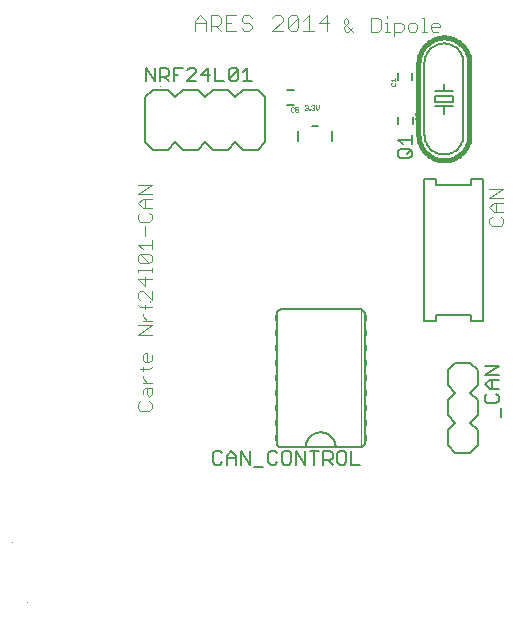
<source format=gto>
G75*
G70*
%OFA0B0*%
%FSLAX24Y24*%
%IPPOS*%
%LPD*%
%AMOC8*
5,1,8,0,0,1.08239X$1,22.5*
%
%ADD10C,0.0000*%
%ADD11C,0.0040*%
%ADD12C,0.0060*%
%ADD13C,0.0010*%
%ADD14C,0.0160*%
%ADD15C,0.0050*%
%ADD16C,0.0020*%
%ADD17R,0.0050X0.0200*%
%ADD18C,0.0080*%
D10*
X000789Y000548D02*
X000789Y000548D01*
X000789Y000548D01*
X000789Y000548D01*
X000789Y000548D01*
X000789Y000548D01*
X000789Y000548D01*
X000789Y000548D01*
X000789Y000548D01*
X000789Y000548D01*
X000789Y000548D01*
X000789Y000548D01*
X000789Y000548D01*
X000789Y000548D01*
X000789Y000548D01*
X000789Y000548D01*
X000789Y000548D01*
X000789Y000548D01*
X000789Y000548D01*
X000789Y000549D02*
X000789Y000549D01*
X000789Y000549D01*
X000789Y000549D01*
X000789Y000549D01*
X000789Y000549D01*
X000789Y000549D01*
X000789Y000549D01*
X000789Y000549D01*
X000789Y000549D01*
X000789Y000549D01*
X000789Y000549D01*
X000789Y000549D01*
X000789Y000549D01*
X000789Y000549D01*
X000789Y000549D01*
X000789Y000549D01*
X000789Y000549D01*
X000789Y000549D01*
X000789Y000549D01*
X000789Y000549D01*
X000789Y000550D01*
X000789Y000550D01*
X000789Y000550D01*
X000789Y000550D01*
X000789Y000550D01*
X000789Y000550D01*
X000789Y000550D01*
X000789Y000550D01*
X000789Y000550D01*
X000789Y000550D01*
X000789Y000550D01*
X000789Y000550D01*
X000789Y000550D01*
X000789Y000550D01*
X000789Y000550D01*
X000789Y000550D01*
X000789Y000550D01*
X000789Y000550D01*
X000789Y000550D01*
X000789Y000550D01*
X000789Y000550D01*
X000789Y000550D01*
X000789Y000550D01*
X000789Y000550D01*
X000789Y000550D01*
X000789Y000550D01*
X000789Y000550D01*
X000789Y000550D01*
X000789Y000551D01*
X000789Y000551D01*
X000789Y000551D01*
X000789Y000551D01*
X000789Y000550D02*
X000789Y000550D01*
X000789Y000549D01*
X000789Y000549D01*
X000789Y000550D01*
X000300Y002553D02*
X000300Y002553D01*
X000300Y002553D01*
X000300Y002553D01*
X000300Y002553D01*
X000300Y002553D01*
X000300Y002553D01*
X000300Y002553D01*
X000300Y002553D01*
X000300Y002553D01*
X000300Y002553D01*
X000300Y002554D01*
X000300Y002554D01*
X000300Y002554D01*
X000300Y002554D01*
X000300Y002554D01*
X000300Y002554D01*
X000300Y002554D01*
X000300Y002554D01*
X000300Y002554D01*
X000300Y002554D01*
X000300Y002554D01*
X000300Y002554D01*
X000300Y002554D01*
X000300Y002554D01*
X000300Y002554D01*
X000300Y002554D01*
X000300Y002554D01*
X000300Y002554D01*
X000300Y002554D01*
X000300Y002554D01*
X000300Y002554D01*
X000300Y002554D01*
X000300Y002555D01*
X000300Y002555D01*
X000300Y002555D01*
X000300Y002555D01*
X000300Y002555D01*
X000300Y002555D01*
X000300Y002555D01*
X000300Y002555D01*
X000300Y002555D01*
X000300Y002555D01*
X000300Y002555D01*
X000300Y002555D01*
X000300Y002555D01*
X000300Y002555D01*
X000300Y002555D01*
X000300Y002555D01*
X000300Y002555D01*
X000300Y002555D01*
X000300Y002555D01*
X000300Y002555D01*
X000300Y002555D01*
X000300Y002555D01*
X000300Y002555D01*
X000300Y002556D01*
X000300Y002556D01*
X000300Y002556D01*
X000300Y002556D01*
X000300Y002556D01*
X000300Y002556D01*
X000300Y002556D01*
X000300Y002555D01*
X000300Y002555D01*
X000300Y002555D01*
X000300Y002555D01*
X000300Y002555D01*
X000300Y002555D01*
X000300Y002555D01*
X000300Y002555D01*
X000300Y002554D01*
X000300Y002555D02*
X000300Y002555D01*
X000300Y002556D02*
X000300Y002556D01*
X000300Y002555D01*
X004881Y010574D02*
X004881Y010574D01*
X004881Y010574D01*
X004881Y010574D01*
X004881Y010574D01*
X004881Y010574D01*
X004881Y010574D01*
X004881Y010574D01*
X004881Y010574D01*
X004881Y010574D01*
X004881Y010574D01*
X004881Y010574D01*
X004881Y010574D01*
X004881Y010574D01*
X004881Y010574D01*
X004881Y010575D01*
X004881Y010575D01*
X004881Y010575D01*
X004881Y010575D01*
X004881Y010575D01*
X004881Y010575D01*
X004881Y010575D01*
X004881Y010575D01*
X004881Y010575D01*
X004881Y010575D01*
X004881Y010575D01*
X004881Y010575D01*
X004881Y010575D01*
X004881Y010575D01*
X004881Y010575D01*
X004881Y010575D01*
X004881Y010575D01*
X004881Y010575D01*
X004881Y010575D01*
X004881Y010576D01*
X004881Y010576D01*
X004881Y010576D01*
X004881Y010576D01*
X004881Y010576D01*
X004881Y010576D01*
X004881Y010576D01*
X004881Y010576D01*
X004881Y010576D01*
X004881Y010576D01*
X004881Y010576D01*
X004881Y010576D01*
X004881Y010576D01*
X004881Y010576D01*
X004881Y010576D01*
X004881Y010576D01*
X004881Y010576D01*
X004881Y010576D01*
X004881Y010576D01*
X004881Y010576D01*
X004881Y010576D01*
X004881Y010576D01*
X004881Y010576D01*
X004881Y010576D01*
X004881Y010576D01*
X004881Y010576D01*
X004881Y010576D01*
X004881Y010576D01*
X004881Y010576D01*
X004881Y010576D01*
X004881Y010576D01*
X004881Y010577D01*
X004881Y010577D01*
X004881Y010577D01*
X004881Y010577D01*
X004881Y010577D01*
X004881Y010576D01*
X004881Y010575D01*
X004881Y010574D01*
X004881Y010575D02*
X004881Y010576D01*
X004881Y010576D01*
X005237Y017748D02*
X005237Y017748D01*
X005237Y017748D01*
X005237Y017748D01*
X005237Y017748D01*
X005237Y017748D01*
X005237Y017748D01*
X005237Y017748D01*
X005237Y017748D01*
X005237Y017748D01*
X005237Y017748D01*
X005237Y017749D01*
X005237Y017749D01*
X005237Y017749D01*
X005237Y017749D01*
X005237Y017749D01*
X005237Y017749D01*
X005237Y017749D01*
X005237Y017749D01*
X005237Y017749D01*
X005237Y017749D01*
X005237Y017749D01*
X005237Y017749D01*
X005237Y017749D01*
X005237Y017749D01*
X005237Y017749D01*
X005237Y017749D01*
X005237Y017750D01*
X005237Y017750D01*
X005237Y017750D01*
X005237Y017750D01*
X005237Y017750D01*
X005237Y017750D01*
X005237Y017750D01*
X005237Y017750D01*
X005237Y017750D01*
X005237Y017750D01*
X005237Y017750D01*
X005237Y017750D01*
X005237Y017750D01*
X005237Y017750D01*
X005237Y017750D01*
X005237Y017750D01*
X005237Y017750D01*
X005237Y017750D01*
X005237Y017750D01*
X005237Y017750D01*
X005237Y017750D01*
X005237Y017750D01*
X005237Y017750D01*
X005237Y017750D01*
X005237Y017750D01*
X005237Y017750D01*
X005237Y017750D01*
X005237Y017750D01*
X005237Y017751D01*
X005237Y017751D01*
X005237Y017751D01*
X005237Y017751D01*
X005237Y017751D01*
X005237Y017751D01*
X005237Y017751D01*
X005237Y017751D01*
X005237Y017751D01*
X005237Y017751D01*
X005237Y017750D01*
X005237Y017750D01*
X005237Y017750D01*
X005237Y017750D01*
X005237Y017749D01*
X005237Y017749D01*
X005237Y017749D01*
X005237Y017750D02*
X005237Y017751D01*
X005237Y017751D01*
X005237Y017751D01*
D11*
X006394Y019589D02*
X006394Y019936D01*
X006567Y020110D01*
X006741Y019936D01*
X006741Y019589D01*
X006909Y019589D02*
X006909Y020110D01*
X007169Y020110D01*
X007256Y020023D01*
X007256Y019850D01*
X007169Y019763D01*
X006909Y019763D01*
X007083Y019763D02*
X007256Y019589D01*
X007425Y019589D02*
X007772Y019589D01*
X007941Y019676D02*
X008027Y019589D01*
X008201Y019589D01*
X008287Y019676D01*
X008287Y019763D01*
X008201Y019850D01*
X008027Y019850D01*
X007941Y019936D01*
X007941Y020023D01*
X008027Y020110D01*
X008201Y020110D01*
X008287Y020023D01*
X007772Y020110D02*
X007425Y020110D01*
X007425Y019589D01*
X007425Y019850D02*
X007598Y019850D01*
X006741Y019850D02*
X006394Y019850D01*
X008972Y020023D02*
X009059Y020110D01*
X009232Y020110D01*
X009319Y020023D01*
X009319Y019936D01*
X008972Y019589D01*
X009319Y019589D01*
X009487Y019676D02*
X009834Y020023D01*
X009834Y019676D01*
X009748Y019589D01*
X009574Y019589D01*
X009487Y019676D01*
X009487Y020023D01*
X009574Y020110D01*
X009748Y020110D01*
X009834Y020023D01*
X010003Y019936D02*
X010177Y020110D01*
X010177Y019589D01*
X010350Y019589D02*
X010003Y019589D01*
X010519Y019850D02*
X010866Y019850D01*
X010779Y020110D02*
X010779Y019589D01*
X010519Y019850D02*
X010779Y020110D01*
X011346Y019951D02*
X011346Y019874D01*
X011653Y019567D01*
X011653Y019720D02*
X011499Y019567D01*
X011423Y019567D01*
X011346Y019644D01*
X011346Y019720D01*
X011499Y019874D01*
X011499Y019951D01*
X011423Y020027D01*
X011346Y019951D01*
X012267Y020027D02*
X012267Y019567D01*
X012497Y019567D01*
X012574Y019644D01*
X012574Y019951D01*
X012497Y020027D01*
X012267Y020027D01*
X012727Y019874D02*
X012804Y019874D01*
X012804Y019567D01*
X012880Y019567D02*
X012727Y019567D01*
X013034Y019567D02*
X013264Y019567D01*
X013341Y019644D01*
X013341Y019797D01*
X013264Y019874D01*
X013034Y019874D01*
X013034Y019413D01*
X013494Y019644D02*
X013571Y019567D01*
X013724Y019567D01*
X013801Y019644D01*
X013801Y019797D01*
X013724Y019874D01*
X013571Y019874D01*
X013494Y019797D01*
X013494Y019644D01*
X013955Y019567D02*
X014108Y019567D01*
X014031Y019567D02*
X014031Y020027D01*
X013955Y020027D01*
X014262Y019797D02*
X014338Y019874D01*
X014492Y019874D01*
X014569Y019797D01*
X014569Y019720D01*
X014262Y019720D01*
X014262Y019644D02*
X014262Y019797D01*
X014262Y019644D02*
X014338Y019567D01*
X014492Y019567D01*
X012804Y020027D02*
X012804Y020104D01*
X016200Y014327D02*
X016661Y014327D01*
X016200Y014020D01*
X016661Y014020D01*
X016661Y013866D02*
X016354Y013866D01*
X016200Y013713D01*
X016354Y013560D01*
X016661Y013560D01*
X016584Y013406D02*
X016661Y013329D01*
X016661Y013176D01*
X016584Y013099D01*
X016277Y013099D01*
X016200Y013176D01*
X016200Y013329D01*
X016277Y013406D01*
X016430Y013560D02*
X016430Y013866D01*
X004950Y013999D02*
X004643Y013999D01*
X004490Y013846D01*
X004643Y013692D01*
X004950Y013692D01*
X004873Y013539D02*
X004950Y013462D01*
X004950Y013309D01*
X004873Y013232D01*
X004566Y013232D01*
X004490Y013309D01*
X004490Y013462D01*
X004566Y013539D01*
X004720Y013692D02*
X004720Y013999D01*
X004950Y014153D02*
X004490Y014153D01*
X004950Y014460D01*
X004490Y014460D01*
X004720Y013078D02*
X004720Y012772D01*
X004950Y012618D02*
X004950Y012311D01*
X004950Y012465D02*
X004490Y012465D01*
X004643Y012311D01*
X004566Y012158D02*
X004873Y011851D01*
X004950Y011927D01*
X004950Y012081D01*
X004873Y012158D01*
X004566Y012158D01*
X004490Y012081D01*
X004490Y011927D01*
X004566Y011851D01*
X004873Y011851D01*
X004950Y011697D02*
X004950Y011544D01*
X004950Y011621D02*
X004490Y011621D01*
X004490Y011544D01*
X004490Y011314D02*
X004720Y011083D01*
X004720Y011390D01*
X004950Y011314D02*
X004490Y011314D01*
X004566Y010930D02*
X004490Y010853D01*
X004490Y010700D01*
X004566Y010623D01*
X004490Y010470D02*
X004566Y010393D01*
X004950Y010393D01*
X004950Y010623D02*
X004643Y010930D01*
X004566Y010930D01*
X004950Y010930D02*
X004950Y010623D01*
X004720Y010470D02*
X004720Y010316D01*
X004643Y010163D02*
X004643Y010086D01*
X004797Y009932D01*
X004950Y009932D02*
X004643Y009932D01*
X004490Y009779D02*
X004950Y009779D01*
X004490Y009472D01*
X004950Y009472D01*
X004797Y008858D02*
X004797Y008551D01*
X004873Y008551D02*
X004720Y008551D01*
X004643Y008628D01*
X004643Y008781D01*
X004720Y008858D01*
X004797Y008858D01*
X004950Y008781D02*
X004950Y008628D01*
X004873Y008551D01*
X004950Y008398D02*
X004873Y008321D01*
X004566Y008321D01*
X004643Y008244D02*
X004643Y008398D01*
X004643Y008091D02*
X004643Y008014D01*
X004797Y007861D01*
X004950Y007861D02*
X004643Y007861D01*
X004720Y007707D02*
X004643Y007630D01*
X004643Y007477D01*
X004797Y007477D02*
X004797Y007707D01*
X004720Y007707D02*
X004950Y007707D01*
X004950Y007477D01*
X004873Y007400D01*
X004797Y007477D01*
X004873Y007247D02*
X004950Y007170D01*
X004950Y007017D01*
X004873Y006940D01*
X004566Y006940D01*
X004490Y007017D01*
X004490Y007170D01*
X004566Y007247D01*
D12*
X009110Y005865D02*
X009110Y010165D01*
X009112Y010188D01*
X009117Y010211D01*
X009126Y010233D01*
X009139Y010253D01*
X009154Y010271D01*
X009172Y010286D01*
X009192Y010299D01*
X009214Y010308D01*
X009237Y010313D01*
X009260Y010315D01*
X011900Y010315D01*
X011923Y010313D01*
X011946Y010308D01*
X011968Y010299D01*
X011988Y010286D01*
X012006Y010271D01*
X012021Y010253D01*
X012034Y010233D01*
X012043Y010211D01*
X012048Y010188D01*
X012050Y010165D01*
X012050Y005865D01*
X012048Y005842D01*
X012043Y005819D01*
X012034Y005797D01*
X012021Y005777D01*
X012006Y005759D01*
X011988Y005744D01*
X011968Y005731D01*
X011946Y005722D01*
X011923Y005717D01*
X011900Y005715D01*
X009260Y005715D01*
X009237Y005717D01*
X009214Y005722D01*
X009192Y005731D01*
X009172Y005744D01*
X009154Y005759D01*
X009139Y005777D01*
X009126Y005797D01*
X009117Y005819D01*
X009112Y005842D01*
X009110Y005865D01*
X010080Y005715D02*
X010082Y005759D01*
X010088Y005802D01*
X010097Y005844D01*
X010110Y005886D01*
X010127Y005926D01*
X010147Y005965D01*
X010170Y006002D01*
X010197Y006036D01*
X010226Y006069D01*
X010259Y006098D01*
X010293Y006125D01*
X010330Y006148D01*
X010369Y006168D01*
X010409Y006185D01*
X010451Y006198D01*
X010493Y006207D01*
X010536Y006213D01*
X010580Y006215D01*
X010624Y006213D01*
X010667Y006207D01*
X010709Y006198D01*
X010751Y006185D01*
X010791Y006168D01*
X010830Y006148D01*
X010867Y006125D01*
X010901Y006098D01*
X010934Y006069D01*
X010963Y006036D01*
X010990Y006002D01*
X011013Y005965D01*
X011033Y005926D01*
X011050Y005886D01*
X011063Y005844D01*
X011072Y005802D01*
X011078Y005759D01*
X011080Y005715D01*
X008480Y015635D02*
X007980Y015635D01*
X007730Y015885D01*
X007480Y015635D01*
X006980Y015635D01*
X006730Y015885D01*
X006480Y015635D01*
X005980Y015635D01*
X005730Y015885D01*
X005480Y015635D01*
X004980Y015635D01*
X004730Y015885D01*
X004730Y017385D01*
X004980Y017635D01*
X005480Y017635D01*
X005730Y017385D01*
X005980Y017635D01*
X006480Y017635D01*
X006730Y017385D01*
X006980Y017635D01*
X007480Y017635D01*
X007730Y017385D01*
X007980Y017635D01*
X008480Y017635D01*
X008730Y017385D01*
X008730Y015885D01*
X008480Y015635D01*
X009461Y017139D02*
X009698Y017139D01*
X009698Y017611D02*
X009461Y017611D01*
X013163Y017947D02*
X013163Y018183D01*
X013636Y018183D02*
X013636Y017947D01*
X014040Y018525D02*
X014040Y016125D01*
X013646Y016497D02*
X013646Y016733D01*
X013173Y016733D02*
X013173Y016497D01*
X014390Y017075D02*
X014690Y017075D01*
X014690Y016825D01*
X014690Y017075D02*
X014990Y017075D01*
X014990Y017225D02*
X014390Y017225D01*
X014390Y017425D01*
X014990Y017425D01*
X014990Y017225D01*
X014990Y017575D02*
X014690Y017575D01*
X014690Y017825D01*
X014690Y017575D02*
X014390Y017575D01*
X014040Y018525D02*
X014042Y018575D01*
X014048Y018624D01*
X014057Y018673D01*
X014070Y018721D01*
X014087Y018768D01*
X014107Y018813D01*
X014131Y018857D01*
X014158Y018899D01*
X014189Y018939D01*
X014222Y018976D01*
X014258Y019010D01*
X014296Y019042D01*
X014337Y019071D01*
X014379Y019096D01*
X014424Y019118D01*
X014470Y019137D01*
X014518Y019152D01*
X014566Y019163D01*
X014615Y019171D01*
X014665Y019175D01*
X014715Y019175D01*
X014765Y019171D01*
X014814Y019163D01*
X014862Y019152D01*
X014910Y019137D01*
X014956Y019118D01*
X015001Y019096D01*
X015043Y019071D01*
X015084Y019042D01*
X015122Y019010D01*
X015158Y018976D01*
X015191Y018939D01*
X015222Y018899D01*
X015249Y018857D01*
X015273Y018813D01*
X015293Y018768D01*
X015310Y018721D01*
X015323Y018673D01*
X015332Y018624D01*
X015338Y018575D01*
X015340Y018525D01*
X015340Y016125D01*
X015338Y016075D01*
X015332Y016026D01*
X015323Y015977D01*
X015310Y015929D01*
X015293Y015882D01*
X015273Y015837D01*
X015249Y015793D01*
X015222Y015751D01*
X015191Y015711D01*
X015158Y015674D01*
X015122Y015640D01*
X015084Y015608D01*
X015043Y015579D01*
X015001Y015554D01*
X014956Y015532D01*
X014910Y015513D01*
X014862Y015498D01*
X014814Y015487D01*
X014765Y015479D01*
X014715Y015475D01*
X014665Y015475D01*
X014615Y015479D01*
X014566Y015487D01*
X014518Y015498D01*
X014470Y015513D01*
X014424Y015532D01*
X014379Y015554D01*
X014337Y015579D01*
X014296Y015608D01*
X014258Y015640D01*
X014222Y015674D01*
X014189Y015711D01*
X014158Y015751D01*
X014131Y015793D01*
X014107Y015837D01*
X014087Y015882D01*
X014070Y015929D01*
X014057Y015977D01*
X014048Y016026D01*
X014042Y016075D01*
X014040Y016125D01*
D13*
X013864Y016625D02*
X013890Y016650D01*
X013890Y016700D01*
X013864Y016725D01*
X013890Y016773D02*
X013789Y016873D01*
X013764Y016873D01*
X013739Y016848D01*
X013739Y016798D01*
X013764Y016773D01*
X013764Y016725D02*
X013739Y016700D01*
X013739Y016650D01*
X013764Y016625D01*
X013864Y016625D01*
X013890Y016773D02*
X013890Y016873D01*
X013044Y017770D02*
X013070Y017795D01*
X013070Y017845D01*
X013044Y017870D01*
X013070Y017917D02*
X013070Y018017D01*
X013070Y017967D02*
X012919Y017967D01*
X012969Y017917D01*
X012944Y017870D02*
X012919Y017845D01*
X012919Y017795D01*
X012944Y017770D01*
X013044Y017770D01*
X010513Y017110D02*
X010513Y017010D01*
X010463Y016960D01*
X010413Y017010D01*
X010413Y017110D01*
X010366Y017085D02*
X010366Y017060D01*
X010341Y017035D01*
X010366Y017010D01*
X010366Y016985D01*
X010341Y016960D01*
X010291Y016960D01*
X010265Y016985D01*
X010217Y016985D02*
X010217Y016960D01*
X010192Y016960D01*
X010192Y016985D01*
X010217Y016985D01*
X010145Y016985D02*
X010120Y016960D01*
X010070Y016960D01*
X010045Y016985D01*
X010095Y017035D02*
X010120Y017035D01*
X010145Y017010D01*
X010145Y016985D01*
X010120Y017035D02*
X010145Y017060D01*
X010145Y017085D01*
X010120Y017110D01*
X010070Y017110D01*
X010045Y017085D01*
X009837Y017045D02*
X009737Y017045D01*
X009737Y016970D01*
X009787Y016995D01*
X009812Y016995D01*
X009837Y016970D01*
X009837Y016920D01*
X009812Y016895D01*
X009762Y016895D01*
X009737Y016920D01*
X009690Y016920D02*
X009665Y016895D01*
X009615Y016895D01*
X009590Y016920D01*
X009590Y017020D01*
X009615Y017045D01*
X009665Y017045D01*
X009690Y017020D01*
X010265Y017085D02*
X010291Y017110D01*
X010341Y017110D01*
X010366Y017085D01*
X010341Y017035D02*
X010316Y017035D01*
D14*
X013840Y016125D02*
X013840Y018525D01*
X013842Y018582D01*
X013848Y018638D01*
X013857Y018694D01*
X013870Y018750D01*
X013887Y018804D01*
X013907Y018857D01*
X013931Y018908D01*
X013959Y018958D01*
X013989Y019006D01*
X014023Y019052D01*
X014060Y019095D01*
X014099Y019136D01*
X014141Y019174D01*
X014186Y019209D01*
X014233Y019241D01*
X014282Y019270D01*
X014332Y019296D01*
X014385Y019318D01*
X014438Y019337D01*
X014493Y019352D01*
X014549Y019363D01*
X014605Y019371D01*
X014662Y019375D01*
X014718Y019375D01*
X014775Y019371D01*
X014831Y019363D01*
X014887Y019352D01*
X014942Y019337D01*
X014995Y019318D01*
X015048Y019296D01*
X015098Y019270D01*
X015147Y019241D01*
X015194Y019209D01*
X015239Y019174D01*
X015281Y019136D01*
X015320Y019095D01*
X015357Y019052D01*
X015391Y019006D01*
X015421Y018958D01*
X015449Y018908D01*
X015473Y018857D01*
X015493Y018804D01*
X015510Y018750D01*
X015523Y018694D01*
X015532Y018638D01*
X015538Y018582D01*
X015540Y018525D01*
X015540Y016125D01*
X015538Y016068D01*
X015532Y016012D01*
X015523Y015956D01*
X015510Y015900D01*
X015493Y015846D01*
X015473Y015793D01*
X015449Y015742D01*
X015421Y015692D01*
X015391Y015644D01*
X015357Y015598D01*
X015320Y015555D01*
X015281Y015514D01*
X015239Y015476D01*
X015194Y015441D01*
X015147Y015409D01*
X015098Y015380D01*
X015048Y015354D01*
X014995Y015332D01*
X014942Y015313D01*
X014887Y015298D01*
X014831Y015287D01*
X014775Y015279D01*
X014718Y015275D01*
X014662Y015275D01*
X014605Y015279D01*
X014549Y015287D01*
X014493Y015298D01*
X014438Y015313D01*
X014385Y015332D01*
X014332Y015354D01*
X014282Y015380D01*
X014233Y015409D01*
X014186Y015441D01*
X014141Y015476D01*
X014099Y015514D01*
X014060Y015555D01*
X014023Y015598D01*
X013989Y015644D01*
X013959Y015692D01*
X013931Y015742D01*
X013907Y015793D01*
X013887Y015846D01*
X013870Y015900D01*
X013857Y015956D01*
X013848Y016012D01*
X013842Y016068D01*
X013840Y016125D01*
D15*
X013615Y016111D02*
X013615Y015810D01*
X013615Y015961D02*
X013164Y015961D01*
X013314Y015810D01*
X013239Y015650D02*
X013164Y015575D01*
X013164Y015425D01*
X013239Y015350D01*
X013539Y015350D01*
X013615Y015425D01*
X013615Y015575D01*
X013539Y015650D01*
X013239Y015650D01*
X013464Y015500D02*
X013615Y015650D01*
X014015Y014657D02*
X014409Y014657D01*
X014409Y014460D01*
X015590Y014460D01*
X015590Y014657D01*
X015984Y014657D01*
X015984Y009933D01*
X015590Y009933D01*
X015590Y010130D01*
X014409Y010130D01*
X014409Y009933D01*
X014015Y009933D01*
X014015Y014657D01*
X016064Y008420D02*
X016515Y008420D01*
X016064Y008120D01*
X016515Y008120D01*
X016515Y007959D02*
X016214Y007959D01*
X016064Y007809D01*
X016214Y007659D01*
X016515Y007659D01*
X016439Y007499D02*
X016515Y007424D01*
X016515Y007274D01*
X016439Y007199D01*
X016139Y007199D01*
X016064Y007274D01*
X016064Y007424D01*
X016139Y007499D01*
X016289Y007659D02*
X016289Y007959D01*
X016590Y007039D02*
X016590Y006738D01*
X011894Y005140D02*
X011594Y005140D01*
X011594Y005590D01*
X011434Y005515D02*
X011359Y005590D01*
X011209Y005590D01*
X011134Y005515D01*
X011134Y005215D01*
X011209Y005140D01*
X011359Y005140D01*
X011434Y005215D01*
X011434Y005515D01*
X010974Y005515D02*
X010974Y005365D01*
X010899Y005290D01*
X010673Y005290D01*
X010673Y005140D02*
X010673Y005590D01*
X010899Y005590D01*
X010974Y005515D01*
X010823Y005290D02*
X010974Y005140D01*
X010513Y005590D02*
X010213Y005590D01*
X010363Y005590D02*
X010363Y005140D01*
X010053Y005140D02*
X010053Y005590D01*
X009753Y005590D02*
X009753Y005140D01*
X009592Y005215D02*
X009592Y005515D01*
X009517Y005590D01*
X009367Y005590D01*
X009292Y005515D01*
X009292Y005215D01*
X009367Y005140D01*
X009517Y005140D01*
X009592Y005215D01*
X009753Y005590D02*
X010053Y005140D01*
X009132Y005215D02*
X009057Y005140D01*
X008907Y005140D01*
X008832Y005215D01*
X008832Y005515D01*
X008907Y005590D01*
X009057Y005590D01*
X009132Y005515D01*
X008672Y005065D02*
X008371Y005065D01*
X008211Y005140D02*
X008211Y005590D01*
X007911Y005590D02*
X008211Y005140D01*
X007911Y005140D02*
X007911Y005590D01*
X007751Y005440D02*
X007751Y005140D01*
X007751Y005365D02*
X007451Y005365D01*
X007451Y005440D02*
X007601Y005590D01*
X007751Y005440D01*
X007451Y005440D02*
X007451Y005140D01*
X007290Y005215D02*
X007215Y005140D01*
X007065Y005140D01*
X006990Y005215D01*
X006990Y005515D01*
X007065Y005590D01*
X007215Y005590D01*
X007290Y005515D01*
X007357Y017910D02*
X007056Y017910D01*
X007056Y018360D01*
X006821Y018360D02*
X006596Y018135D01*
X006896Y018135D01*
X006821Y017910D02*
X006821Y018360D01*
X006436Y018285D02*
X006436Y018210D01*
X006136Y017910D01*
X006436Y017910D01*
X006436Y018285D02*
X006361Y018360D01*
X006211Y018360D01*
X006136Y018285D01*
X005976Y018360D02*
X005675Y018360D01*
X005675Y017910D01*
X005515Y017910D02*
X005365Y018060D01*
X005440Y018060D02*
X005215Y018060D01*
X005215Y017910D02*
X005215Y018360D01*
X005440Y018360D01*
X005515Y018285D01*
X005515Y018135D01*
X005440Y018060D01*
X005675Y018135D02*
X005825Y018135D01*
X005055Y017910D02*
X005055Y018360D01*
X004755Y018360D02*
X004755Y017910D01*
X005055Y017910D02*
X004755Y018360D01*
X007517Y018285D02*
X007517Y017985D01*
X007817Y018285D01*
X007817Y017985D01*
X007742Y017910D01*
X007592Y017910D01*
X007517Y017985D01*
X007517Y018285D02*
X007592Y018360D01*
X007742Y018360D01*
X007817Y018285D01*
X007977Y018210D02*
X008127Y018360D01*
X008127Y017910D01*
X007977Y017910D02*
X008278Y017910D01*
D16*
X011910Y010315D02*
X011910Y005715D01*
D17*
X012075Y006015D03*
X012075Y006515D03*
X012075Y007015D03*
X012075Y007515D03*
X012075Y008015D03*
X012075Y008515D03*
X012075Y009015D03*
X012075Y009515D03*
X012075Y010015D03*
X009085Y010015D03*
X009085Y009515D03*
X009085Y009015D03*
X009085Y008515D03*
X009085Y008015D03*
X009085Y007515D03*
X009085Y007015D03*
X009085Y006515D03*
X009085Y006015D03*
D18*
X014820Y005775D02*
X014820Y006275D01*
X015070Y006525D01*
X014820Y006775D01*
X014820Y007275D01*
X015070Y007525D01*
X014820Y007775D01*
X014820Y008275D01*
X015070Y008525D01*
X015570Y008525D01*
X015820Y008275D01*
X015820Y007775D01*
X015570Y007525D01*
X015820Y007275D01*
X015820Y006775D01*
X015570Y006525D01*
X015820Y006275D01*
X015820Y005775D01*
X015570Y005525D01*
X015070Y005525D01*
X014820Y005775D01*
X010950Y015936D02*
X010950Y016274D01*
X010495Y016424D02*
X010284Y016424D01*
X009830Y016274D02*
X009830Y015936D01*
M02*

</source>
